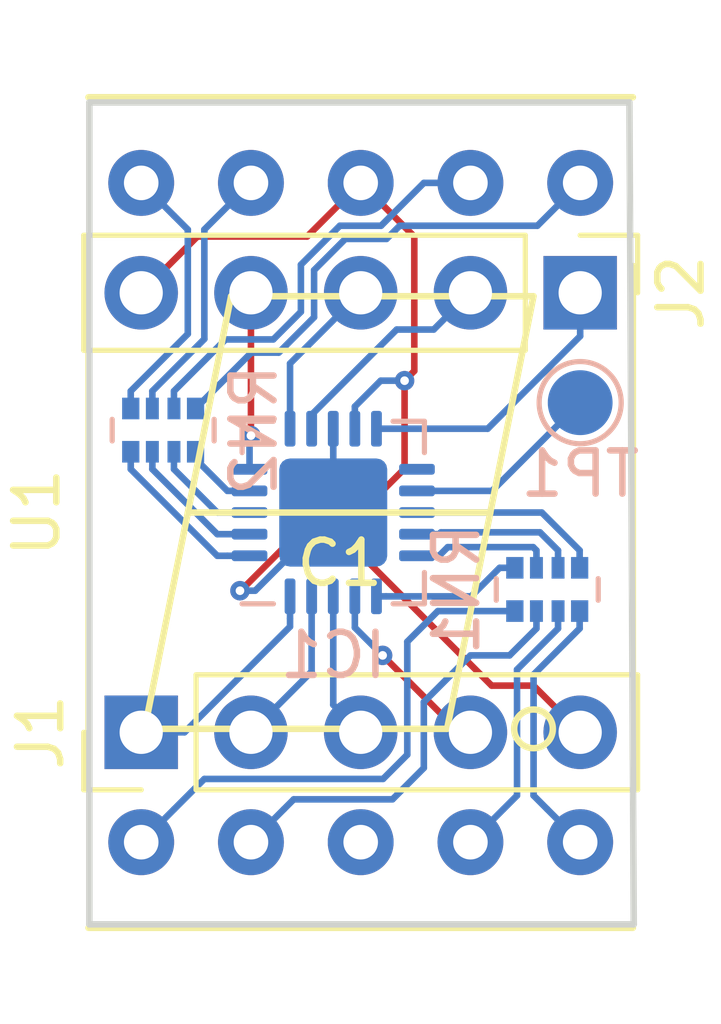
<source format=kicad_pcb>
(kicad_pcb (version 20171130) (host pcbnew 5.0.0-fee4fd1~66~ubuntu18.04.1)

  (general
    (thickness 1.6)
    (drawings 4)
    (tracks 134)
    (zones 0)
    (modules 8)
    (nets 30)
  )

  (page A4)
  (layers
    (0 F.Cu signal)
    (31 B.Cu signal)
    (32 B.Adhes user)
    (33 F.Adhes user)
    (34 B.Paste user)
    (35 F.Paste user)
    (36 B.SilkS user)
    (37 F.SilkS user)
    (38 B.Mask user hide)
    (39 F.Mask user)
    (40 Dwgs.User user)
    (41 Cmts.User user)
    (42 Eco1.User user)
    (43 Eco2.User user)
    (44 Edge.Cuts user)
    (45 Margin user)
    (46 B.CrtYd user)
    (47 F.CrtYd user)
    (48 B.Fab user hide)
    (49 F.Fab user)
  )

  (setup
    (last_trace_width 0.1524)
    (trace_clearance 0.1524)
    (zone_clearance 0.508)
    (zone_45_only no)
    (trace_min 0.1524)
    (segment_width 0.2)
    (edge_width 0.15)
    (via_size 0.45)
    (via_drill 0.2)
    (via_min_size 0.45)
    (via_min_drill 0.2)
    (uvia_size 0.6)
    (uvia_drill 0.5)
    (uvias_allowed no)
    (uvia_min_size 0)
    (uvia_min_drill 0)
    (pcb_text_width 0.3)
    (pcb_text_size 1.5 1.5)
    (mod_edge_width 0.15)
    (mod_text_size 1 1)
    (mod_text_width 0.15)
    (pad_size 1.524 1.524)
    (pad_drill 0.8)
    (pad_to_mask_clearance 0.2)
    (aux_axis_origin 195.199 109.22)
    (visible_elements FFF9FF7F)
    (pcbplotparams
      (layerselection 0x010f0_80000001)
      (usegerberextensions false)
      (usegerberattributes false)
      (usegerberadvancedattributes false)
      (creategerberjobfile false)
      (excludeedgelayer true)
      (linewidth 0.100000)
      (plotframeref false)
      (viasonmask false)
      (mode 1)
      (useauxorigin false)
      (hpglpennumber 1)
      (hpglpenspeed 20)
      (hpglpendiameter 15.000000)
      (psnegative false)
      (psa4output false)
      (plotreference true)
      (plotvalue true)
      (plotinvisibletext false)
      (padsonsilk false)
      (subtractmaskfromsilk false)
      (outputformat 1)
      (mirror false)
      (drillshape 0)
      (scaleselection 1)
      (outputdirectory "manufacturing-output/"))
  )

  (net 0 "")
  (net 1 +5V)
  (net 2 GND)
  (net 3 DC_O)
  (net 4 DC_I)
  (net 5 EN)
  (net 6 DEC)
  (net 7 D0)
  (net 8 D1)
  (net 9 D2)
  (net 10 D3)
  (net 11 /DE)
  (net 12 /DD)
  (net 13 /DC)
  (net 14 /DDP)
  (net 15 /DB)
  (net 16 /DA)
  (net 17 /DF)
  (net 18 /DG)
  (net 19 ~DP)
  (net 20 ~SEG_D)
  (net 21 ~SEG_C)
  (net 22 ~SEG_E)
  (net 23 ~SEG_G)
  (net 24 ~SEG_A)
  (net 25 ~SEG_F)
  (net 26 ~SEG_B)
  (net 27 "Net-(U1-Pad3)")
  (net 28 /~RESET)
  (net 29 "Net-(IC1-Pad11)")

  (net_class Default "This is the default net class."
    (clearance 0.1524)
    (trace_width 0.1524)
    (via_dia 0.45)
    (via_drill 0.2)
    (uvia_dia 0.6)
    (uvia_drill 0.5)
    (add_net +5V)
    (add_net /DA)
    (add_net /DB)
    (add_net /DC)
    (add_net /DD)
    (add_net /DDP)
    (add_net /DE)
    (add_net /DF)
    (add_net /DG)
    (add_net /~RESET)
    (add_net D0)
    (add_net D1)
    (add_net D2)
    (add_net D3)
    (add_net DC_I)
    (add_net DC_O)
    (add_net DEC)
    (add_net EN)
    (add_net GND)
    (add_net "Net-(IC1-Pad11)")
    (add_net "Net-(U1-Pad3)")
    (add_net ~DP)
    (add_net ~SEG_A)
    (add_net ~SEG_B)
    (add_net ~SEG_C)
    (add_net ~SEG_D)
    (add_net ~SEG_E)
    (add_net ~SEG_F)
    (add_net ~SEG_G)
  )

  (net_class Power ""
    (clearance 0.1524)
    (trace_width 0.1524)
    (via_dia 0.45)
    (via_drill 0.2)
    (uvia_dia 0.6)
    (uvia_drill 0.5)
  )

  (module Resistor_SMD:R_Array_Convex_4x0402 (layer B.Cu) (tedit 58E0A8A8) (tstamp 5B870CCD)
    (at 110.998 57.658 270)
    (descr "Chip Resistor Network, ROHM MNR04 (see mnr_g.pdf)")
    (tags "resistor array")
    (path /5B873568)
    (attr smd)
    (fp_text reference RN1 (at 0 2.1 270) (layer B.SilkS)
      (effects (font (size 1 1) (thickness 0.15)) (justify mirror))
    )
    (fp_text value 150 (at 0 -2.1 270) (layer B.Fab)
      (effects (font (size 1 1) (thickness 0.15)) (justify mirror))
    )
    (fp_text user %R (at 0 0 180) (layer B.Fab)
      (effects (font (size 0.5 0.5) (thickness 0.075)) (justify mirror))
    )
    (fp_line (start -0.5 1) (end 0.5 1) (layer B.Fab) (width 0.1))
    (fp_line (start 0.5 1) (end 0.5 -1) (layer B.Fab) (width 0.1))
    (fp_line (start 0.5 -1) (end -0.5 -1) (layer B.Fab) (width 0.1))
    (fp_line (start -0.5 -1) (end -0.5 1) (layer B.Fab) (width 0.1))
    (fp_line (start 0.25 1.18) (end -0.25 1.18) (layer B.SilkS) (width 0.12))
    (fp_line (start 0.25 -1.18) (end -0.25 -1.18) (layer B.SilkS) (width 0.12))
    (fp_line (start -1 1.25) (end 1 1.25) (layer B.CrtYd) (width 0.05))
    (fp_line (start -1 1.25) (end -1 -1.25) (layer B.CrtYd) (width 0.05))
    (fp_line (start 1 -1.25) (end 1 1.25) (layer B.CrtYd) (width 0.05))
    (fp_line (start 1 -1.25) (end -1 -1.25) (layer B.CrtYd) (width 0.05))
    (pad 1 smd rect (at -0.499999 0.75 270) (size 0.5 0.4) (layers B.Cu B.Paste B.Mask)
      (net 23 ~SEG_G))
    (pad 3 smd rect (at -0.5 -0.25 270) (size 0.5 0.3) (layers B.Cu B.Paste B.Mask)
      (net 24 ~SEG_A))
    (pad 2 smd rect (at -0.5 0.25 270) (size 0.5 0.3) (layers B.Cu B.Paste B.Mask)
      (net 25 ~SEG_F))
    (pad 4 smd rect (at -0.499999 -0.75 270) (size 0.5 0.4) (layers B.Cu B.Paste B.Mask)
      (net 26 ~SEG_B))
    (pad 7 smd rect (at 0.5 0.25 270) (size 0.5 0.3) (layers B.Cu B.Paste B.Mask)
      (net 12 /DD))
    (pad 8 smd rect (at 0.499999 0.75 270) (size 0.5 0.4) (layers B.Cu B.Paste B.Mask)
      (net 11 /DE))
    (pad 6 smd rect (at 0.5 -0.25 270) (size 0.5 0.3) (layers B.Cu B.Paste B.Mask)
      (net 13 /DC))
    (pad 5 smd rect (at 0.499999 -0.75 270) (size 0.5 0.4) (layers B.Cu B.Paste B.Mask)
      (net 14 /DDP))
    (model ${KISYS3DMOD}/Resistor_SMD.3dshapes/R_Array_Convex_4x0402.wrl
      (at (xyz 0 0 0))
      (scale (xyz 1 1 1))
      (rotate (xyz 0 0 0))
    )
  )

  (module Package_DFN_QFN:QFN-20-1EP_4x4mm_P0.5mm_EP2.5x2.5mm (layer B.Cu) (tedit 5B4E6D2C) (tstamp 5B86E0AE)
    (at 106.045 55.88)
    (descr "QFN, 20 Pin (http://ww1.microchip.com/downloads/en/PackagingSpec/00000049BQ.pdf (Page 274)), generated with kicad-footprint-generator ipc_dfn_qfn_generator.py")
    (tags "QFN DFN_QFN")
    (path /591AE19C)
    (attr smd)
    (fp_text reference IC1 (at 0 3.3) (layer B.SilkS)
      (effects (font (size 1 1) (thickness 0.15)) (justify mirror))
    )
    (fp_text value ATTINY1634-MU (at 0 -3.3) (layer B.Fab)
      (effects (font (size 1 1) (thickness 0.15)) (justify mirror))
    )
    (fp_line (start 1.385 2.11) (end 2.11 2.11) (layer B.SilkS) (width 0.12))
    (fp_line (start 2.11 2.11) (end 2.11 1.385) (layer B.SilkS) (width 0.12))
    (fp_line (start -1.385 -2.11) (end -2.11 -2.11) (layer B.SilkS) (width 0.12))
    (fp_line (start -2.11 -2.11) (end -2.11 -1.385) (layer B.SilkS) (width 0.12))
    (fp_line (start 1.385 -2.11) (end 2.11 -2.11) (layer B.SilkS) (width 0.12))
    (fp_line (start 2.11 -2.11) (end 2.11 -1.385) (layer B.SilkS) (width 0.12))
    (fp_line (start -1.385 2.11) (end -2.11 2.11) (layer B.SilkS) (width 0.12))
    (fp_line (start -1 2) (end 2 2) (layer B.Fab) (width 0.1))
    (fp_line (start 2 2) (end 2 -2) (layer B.Fab) (width 0.1))
    (fp_line (start 2 -2) (end -2 -2) (layer B.Fab) (width 0.1))
    (fp_line (start -2 -2) (end -2 1) (layer B.Fab) (width 0.1))
    (fp_line (start -2 1) (end -1 2) (layer B.Fab) (width 0.1))
    (fp_line (start -2.6 2.6) (end -2.6 -2.6) (layer B.CrtYd) (width 0.05))
    (fp_line (start -2.6 -2.6) (end 2.6 -2.6) (layer B.CrtYd) (width 0.05))
    (fp_line (start 2.6 -2.6) (end 2.6 2.6) (layer B.CrtYd) (width 0.05))
    (fp_line (start 2.6 2.6) (end -2.6 2.6) (layer B.CrtYd) (width 0.05))
    (fp_text user %R (at 0 0) (layer B.Fab)
      (effects (font (size 1 1) (thickness 0.15)) (justify mirror))
    )
    (pad 21 smd roundrect (at 0 0) (size 2.5 2.5) (layers B.Cu B.Mask) (roundrect_rratio 0.1)
      (net 2 GND))
    (pad "" smd roundrect (at -0.625 0.625) (size 1.01 1.01) (layers B.Paste) (roundrect_rratio 0.247525))
    (pad "" smd roundrect (at -0.625 -0.625) (size 1.01 1.01) (layers B.Paste) (roundrect_rratio 0.247525))
    (pad "" smd roundrect (at 0.625 0.625) (size 1.01 1.01) (layers B.Paste) (roundrect_rratio 0.247525))
    (pad "" smd roundrect (at 0.625 -0.625) (size 1.01 1.01) (layers B.Paste) (roundrect_rratio 0.247525))
    (pad 1 smd roundrect (at -1.9375 1) (size 0.825 0.25) (layers B.Cu B.Paste B.Mask) (roundrect_rratio 0.25)
      (net 22 ~SEG_E))
    (pad 2 smd roundrect (at -1.9375 0.5) (size 0.825 0.25) (layers B.Cu B.Paste B.Mask) (roundrect_rratio 0.25)
      (net 20 ~SEG_D))
    (pad 3 smd roundrect (at -1.937499 0) (size 0.825 0.25) (layers B.Cu B.Paste B.Mask) (roundrect_rratio 0.25)
      (net 21 ~SEG_C))
    (pad 4 smd roundrect (at -1.9375 -0.5) (size 0.825 0.25) (layers B.Cu B.Paste B.Mask) (roundrect_rratio 0.25)
      (net 19 ~DP))
    (pad 5 smd roundrect (at -1.9375 -1) (size 0.825 0.25) (layers B.Cu B.Paste B.Mask) (roundrect_rratio 0.25)
      (net 7 D0))
    (pad 6 smd roundrect (at -1 -1.9375) (size 0.25 0.825) (layers B.Cu B.Paste B.Mask) (roundrect_rratio 0.25)
      (net 8 D1))
    (pad 7 smd roundrect (at -0.5 -1.9375) (size 0.25 0.825) (layers B.Cu B.Paste B.Mask) (roundrect_rratio 0.25)
      (net 9 D2))
    (pad 8 smd roundrect (at 0 -1.937499) (size 0.25 0.825) (layers B.Cu B.Paste B.Mask) (roundrect_rratio 0.25)
      (net 2 GND))
    (pad 9 smd roundrect (at 0.5 -1.9375) (size 0.25 0.825) (layers B.Cu B.Paste B.Mask) (roundrect_rratio 0.25)
      (net 1 +5V))
    (pad 10 smd roundrect (at 1 -1.9375) (size 0.25 0.825) (layers B.Cu B.Paste B.Mask) (roundrect_rratio 0.25)
      (net 10 D3))
    (pad 11 smd roundrect (at 1.9375 -1) (size 0.825 0.25) (layers B.Cu B.Paste B.Mask) (roundrect_rratio 0.25)
      (net 29 "Net-(IC1-Pad11)"))
    (pad 12 smd roundrect (at 1.9375 -0.5) (size 0.825 0.25) (layers B.Cu B.Paste B.Mask) (roundrect_rratio 0.25)
      (net 28 /~RESET))
    (pad 13 smd roundrect (at 1.937499 0) (size 0.825 0.25) (layers B.Cu B.Paste B.Mask) (roundrect_rratio 0.25)
      (net 26 ~SEG_B))
    (pad 14 smd roundrect (at 1.9375 0.5) (size 0.825 0.25) (layers B.Cu B.Paste B.Mask) (roundrect_rratio 0.25)
      (net 24 ~SEG_A))
    (pad 15 smd roundrect (at 1.9375 1) (size 0.825 0.25) (layers B.Cu B.Paste B.Mask) (roundrect_rratio 0.25)
      (net 25 ~SEG_F))
    (pad 16 smd roundrect (at 1 1.9375) (size 0.25 0.825) (layers B.Cu B.Paste B.Mask) (roundrect_rratio 0.25)
      (net 23 ~SEG_G))
    (pad 17 smd roundrect (at 0.5 1.9375) (size 0.25 0.825) (layers B.Cu B.Paste B.Mask) (roundrect_rratio 0.25)
      (net 6 DEC))
    (pad 18 smd roundrect (at 0 1.937499) (size 0.25 0.825) (layers B.Cu B.Paste B.Mask) (roundrect_rratio 0.25)
      (net 4 DC_I))
    (pad 19 smd roundrect (at -0.5 1.9375) (size 0.25 0.825) (layers B.Cu B.Paste B.Mask) (roundrect_rratio 0.25)
      (net 3 DC_O))
    (pad 20 smd roundrect (at -1 1.9375) (size 0.25 0.825) (layers B.Cu B.Paste B.Mask) (roundrect_rratio 0.25)
      (net 5 EN))
    (model ${KISYS3DMOD}/Package_DFN_QFN.3dshapes/QFN-20-1EP_4x4mm_P0.5mm_EP2.5x2.5mm.wrl
      (at (xyz 0 0 0))
      (scale (xyz 1 1 1))
      (rotate (xyz 0 0 0))
    )
  )

  (module Capacitor_SMD:C_0402_1005Metric (layer F.Cu) (tedit 5B301BBE) (tstamp 5B86EB28)
    (at 106.195 55.88 180)
    (descr "Capacitor SMD 0402 (1005 Metric), square (rectangular) end terminal, IPC_7351 nominal, (Body size source: http://www.tortai-tech.com/upload/download/2011102023233369053.pdf), generated with kicad-footprint-generator")
    (tags capacitor)
    (path /5B88279D)
    (attr smd)
    (fp_text reference C1 (at 0 -1.17 180) (layer F.SilkS)
      (effects (font (size 1 1) (thickness 0.15)))
    )
    (fp_text value 1u (at 0 1.17 180) (layer F.Fab)
      (effects (font (size 1 1) (thickness 0.15)))
    )
    (fp_line (start -0.5 0.25) (end -0.5 -0.25) (layer F.Fab) (width 0.1))
    (fp_line (start -0.5 -0.25) (end 0.5 -0.25) (layer F.Fab) (width 0.1))
    (fp_line (start 0.5 -0.25) (end 0.5 0.25) (layer F.Fab) (width 0.1))
    (fp_line (start 0.5 0.25) (end -0.5 0.25) (layer F.Fab) (width 0.1))
    (fp_line (start -0.93 0.47) (end -0.93 -0.47) (layer F.CrtYd) (width 0.05))
    (fp_line (start -0.93 -0.47) (end 0.93 -0.47) (layer F.CrtYd) (width 0.05))
    (fp_line (start 0.93 -0.47) (end 0.93 0.47) (layer F.CrtYd) (width 0.05))
    (fp_line (start 0.93 0.47) (end -0.93 0.47) (layer F.CrtYd) (width 0.05))
    (fp_text user %R (at 0 0 180) (layer F.Fab)
      (effects (font (size 0.25 0.25) (thickness 0.04)))
    )
    (pad 1 smd roundrect (at -0.485 0 180) (size 0.59 0.64) (layers F.Cu F.Paste F.Mask) (roundrect_rratio 0.25)
      (net 1 +5V))
    (pad 2 smd roundrect (at 0.485 0 180) (size 0.59 0.64) (layers F.Cu F.Paste F.Mask) (roundrect_rratio 0.25)
      (net 2 GND))
    (model ${KISYS3DMOD}/Capacitor_SMD.3dshapes/C_0402_1005Metric.wrl
      (at (xyz 0 0 0))
      (scale (xyz 1 1 1))
      (rotate (xyz 0 0 0))
    )
  )

  (module Connector_PinHeader_2.54mm:PinHeader_1x05_P2.54mm_Vertical locked (layer F.Cu) (tedit 59FED5CC) (tstamp 5B93154C)
    (at 101.6 60.96 90)
    (descr "Through hole straight pin header, 1x05, 2.54mm pitch, single row")
    (tags "Through hole pin header THT 1x05 2.54mm single row")
    (path /5B879EAE)
    (fp_text reference J1 (at 0 -2.33 90) (layer F.SilkS)
      (effects (font (size 1 1) (thickness 0.15)))
    )
    (fp_text value Conn_01x05_Male (at 0 12.49 90) (layer F.Fab)
      (effects (font (size 1 1) (thickness 0.15)))
    )
    (fp_line (start -0.635 -1.27) (end 1.27 -1.27) (layer F.Fab) (width 0.1))
    (fp_line (start 1.27 -1.27) (end 1.27 11.43) (layer F.Fab) (width 0.1))
    (fp_line (start 1.27 11.43) (end -1.27 11.43) (layer F.Fab) (width 0.1))
    (fp_line (start -1.27 11.43) (end -1.27 -0.635) (layer F.Fab) (width 0.1))
    (fp_line (start -1.27 -0.635) (end -0.635 -1.27) (layer F.Fab) (width 0.1))
    (fp_line (start -1.33 11.49) (end 1.33 11.49) (layer F.SilkS) (width 0.12))
    (fp_line (start -1.33 1.27) (end -1.33 11.49) (layer F.SilkS) (width 0.12))
    (fp_line (start 1.33 1.27) (end 1.33 11.49) (layer F.SilkS) (width 0.12))
    (fp_line (start -1.33 1.27) (end 1.33 1.27) (layer F.SilkS) (width 0.12))
    (fp_line (start -1.33 0) (end -1.33 -1.33) (layer F.SilkS) (width 0.12))
    (fp_line (start -1.33 -1.33) (end 0 -1.33) (layer F.SilkS) (width 0.12))
    (fp_line (start -1.8 -1.8) (end -1.8 11.95) (layer F.CrtYd) (width 0.05))
    (fp_line (start -1.8 11.95) (end 1.8 11.95) (layer F.CrtYd) (width 0.05))
    (fp_line (start 1.8 11.95) (end 1.8 -1.8) (layer F.CrtYd) (width 0.05))
    (fp_line (start 1.8 -1.8) (end -1.8 -1.8) (layer F.CrtYd) (width 0.05))
    (fp_text user %R (at 0 5.08 180) (layer F.Fab)
      (effects (font (size 1 1) (thickness 0.15)))
    )
    (pad 1 thru_hole rect (at 0 0 90) (size 1.7 1.7) (drill 1) (layers *.Cu *.Mask)
      (net 5 EN))
    (pad 2 thru_hole oval (at 0 2.54 90) (size 1.7 1.7) (drill 1) (layers *.Cu *.Mask)
      (net 3 DC_O))
    (pad 3 thru_hole oval (at 0 5.08 90) (size 1.7 1.7) (drill 1) (layers *.Cu *.Mask)
      (net 4 DC_I))
    (pad 4 thru_hole oval (at 0 7.62 90) (size 1.7 1.7) (drill 1) (layers *.Cu *.Mask)
      (net 6 DEC))
    (pad 5 thru_hole oval (at 0 10.16 90) (size 1.7 1.7) (drill 1) (layers *.Cu *.Mask)
      (net 2 GND))
    (model ${KISYS3DMOD}/Connector_PinHeader_2.54mm.3dshapes/PinHeader_1x05_P2.54mm_Vertical.wrl
      (at (xyz 0 0 0))
      (scale (xyz 1 1 1))
      (rotate (xyz 0 0 0))
    )
  )

  (module Connector_PinHeader_2.54mm:PinHeader_1x05_P2.54mm_Vertical locked (layer F.Cu) (tedit 59FED5CC) (tstamp 5B931565)
    (at 111.76 50.8 270)
    (descr "Through hole straight pin header, 1x05, 2.54mm pitch, single row")
    (tags "Through hole pin header THT 1x05 2.54mm single row")
    (path /5B880314)
    (fp_text reference J2 (at 0 -2.33 270) (layer F.SilkS)
      (effects (font (size 1 1) (thickness 0.15)))
    )
    (fp_text value Conn_01x05_Male (at 0 12.49 270) (layer F.Fab)
      (effects (font (size 1 1) (thickness 0.15)))
    )
    (fp_text user %R (at 0 5.08) (layer F.Fab)
      (effects (font (size 1 1) (thickness 0.15)))
    )
    (fp_line (start 1.8 -1.8) (end -1.8 -1.8) (layer F.CrtYd) (width 0.05))
    (fp_line (start 1.8 11.95) (end 1.8 -1.8) (layer F.CrtYd) (width 0.05))
    (fp_line (start -1.8 11.95) (end 1.8 11.95) (layer F.CrtYd) (width 0.05))
    (fp_line (start -1.8 -1.8) (end -1.8 11.95) (layer F.CrtYd) (width 0.05))
    (fp_line (start -1.33 -1.33) (end 0 -1.33) (layer F.SilkS) (width 0.12))
    (fp_line (start -1.33 0) (end -1.33 -1.33) (layer F.SilkS) (width 0.12))
    (fp_line (start -1.33 1.27) (end 1.33 1.27) (layer F.SilkS) (width 0.12))
    (fp_line (start 1.33 1.27) (end 1.33 11.49) (layer F.SilkS) (width 0.12))
    (fp_line (start -1.33 1.27) (end -1.33 11.49) (layer F.SilkS) (width 0.12))
    (fp_line (start -1.33 11.49) (end 1.33 11.49) (layer F.SilkS) (width 0.12))
    (fp_line (start -1.27 -0.635) (end -0.635 -1.27) (layer F.Fab) (width 0.1))
    (fp_line (start -1.27 11.43) (end -1.27 -0.635) (layer F.Fab) (width 0.1))
    (fp_line (start 1.27 11.43) (end -1.27 11.43) (layer F.Fab) (width 0.1))
    (fp_line (start 1.27 -1.27) (end 1.27 11.43) (layer F.Fab) (width 0.1))
    (fp_line (start -0.635 -1.27) (end 1.27 -1.27) (layer F.Fab) (width 0.1))
    (pad 5 thru_hole oval (at 0 10.16 270) (size 1.7 1.7) (drill 1) (layers *.Cu *.Mask)
      (net 1 +5V))
    (pad 4 thru_hole oval (at 0 7.62 270) (size 1.7 1.7) (drill 1) (layers *.Cu *.Mask)
      (net 7 D0))
    (pad 3 thru_hole oval (at 0 5.08 270) (size 1.7 1.7) (drill 1) (layers *.Cu *.Mask)
      (net 8 D1))
    (pad 2 thru_hole oval (at 0 2.54 270) (size 1.7 1.7) (drill 1) (layers *.Cu *.Mask)
      (net 9 D2))
    (pad 1 thru_hole rect (at 0 0 270) (size 1.7 1.7) (drill 1) (layers *.Cu *.Mask)
      (net 10 D3))
    (model ${KISYS3DMOD}/Connector_PinHeader_2.54mm.3dshapes/PinHeader_1x05_P2.54mm_Vertical.wrl
      (at (xyz 0 0 0))
      (scale (xyz 1 1 1))
      (rotate (xyz 0 0 0))
    )
  )

  (module Resistor_SMD:R_Array_Convex_4x0402 (layer B.Cu) (tedit 58E0A8A8) (tstamp 5B86F69F)
    (at 102.108 53.975 90)
    (descr "Chip Resistor Network, ROHM MNR04 (see mnr_g.pdf)")
    (tags "resistor array")
    (path /5B873665)
    (attr smd)
    (fp_text reference RN2 (at 0 2.1 90) (layer B.SilkS)
      (effects (font (size 1 1) (thickness 0.15)) (justify mirror))
    )
    (fp_text value 150 (at 0 -2.1 90) (layer B.Fab)
      (effects (font (size 1 1) (thickness 0.15)) (justify mirror))
    )
    (fp_line (start 1 -1.25) (end -1 -1.25) (layer B.CrtYd) (width 0.05))
    (fp_line (start 1 -1.25) (end 1 1.25) (layer B.CrtYd) (width 0.05))
    (fp_line (start -1 1.25) (end -1 -1.25) (layer B.CrtYd) (width 0.05))
    (fp_line (start -1 1.25) (end 1 1.25) (layer B.CrtYd) (width 0.05))
    (fp_line (start 0.25 -1.18) (end -0.25 -1.18) (layer B.SilkS) (width 0.12))
    (fp_line (start 0.25 1.18) (end -0.25 1.18) (layer B.SilkS) (width 0.12))
    (fp_line (start -0.5 -1) (end -0.5 1) (layer B.Fab) (width 0.1))
    (fp_line (start 0.5 -1) (end -0.5 -1) (layer B.Fab) (width 0.1))
    (fp_line (start 0.5 1) (end 0.5 -1) (layer B.Fab) (width 0.1))
    (fp_line (start -0.5 1) (end 0.5 1) (layer B.Fab) (width 0.1))
    (fp_text user %R (at 0 0) (layer B.Fab)
      (effects (font (size 0.5 0.5) (thickness 0.075)) (justify mirror))
    )
    (pad 5 smd rect (at 0.5 -0.75 90) (size 0.5 0.4) (layers B.Cu B.Paste B.Mask)
      (net 18 /DG))
    (pad 6 smd rect (at 0.5 -0.25 90) (size 0.5 0.3) (layers B.Cu B.Paste B.Mask)
      (net 17 /DF))
    (pad 8 smd rect (at 0.5 0.75 90) (size 0.5 0.4) (layers B.Cu B.Paste B.Mask)
      (net 15 /DB))
    (pad 7 smd rect (at 0.5 0.25 90) (size 0.5 0.3) (layers B.Cu B.Paste B.Mask)
      (net 16 /DA))
    (pad 4 smd rect (at -0.5 -0.75 90) (size 0.5 0.4) (layers B.Cu B.Paste B.Mask)
      (net 22 ~SEG_E))
    (pad 2 smd rect (at -0.5 0.25 90) (size 0.5 0.3) (layers B.Cu B.Paste B.Mask)
      (net 21 ~SEG_C))
    (pad 3 smd rect (at -0.5 -0.25 90) (size 0.5 0.3) (layers B.Cu B.Paste B.Mask)
      (net 20 ~SEG_D))
    (pad 1 smd rect (at -0.5 0.75 90) (size 0.5 0.4) (layers B.Cu B.Paste B.Mask)
      (net 19 ~DP))
    (model ${KISYS3DMOD}/Resistor_SMD.3dshapes/R_Array_Convex_4x0402.wrl
      (at (xyz 0 0 0))
      (scale (xyz 1 1 1))
      (rotate (xyz 0 0 0))
    )
  )

  (module TestPoint:TestPoint_Pad_D1.5mm locked (layer B.Cu) (tedit 5A0F774F) (tstamp 5B870C66)
    (at 111.76 53.34)
    (descr "SMD pad as test Point, diameter 1.5mm")
    (tags "test point SMD pad")
    (path /5B886EA5)
    (attr virtual)
    (fp_text reference TP1 (at 0 1.648) (layer B.SilkS)
      (effects (font (size 1 1) (thickness 0.15)) (justify mirror))
    )
    (fp_text value ~RESET (at 0 -1.75) (layer B.Fab)
      (effects (font (size 1 1) (thickness 0.15)) (justify mirror))
    )
    (fp_text user %R (at 0 1.65) (layer B.Fab)
      (effects (font (size 1 1) (thickness 0.15)) (justify mirror))
    )
    (fp_circle (center 0 0) (end 1.25 0) (layer B.CrtYd) (width 0.05))
    (fp_circle (center 0 0) (end 0 -0.95) (layer B.SilkS) (width 0.12))
    (pad 1 smd circle (at 0 0) (size 1.5 1.5) (layers B.Cu B.Mask)
      (net 28 /~RESET))
  )

  (module Display_7Segment:7SegmentLED_LTS6760_LTS6780 locked (layer F.Cu) (tedit 5B86C33B) (tstamp 5B9315BF)
    (at 101.6 63.5 90)
    (descr "7-Segment Display, LTS67x0")
    (tags "7Segment LED LTS6760 LTS6780")
    (path /5B86CDF4)
    (fp_text reference U1 (at 7.62 -2.42 90) (layer F.SilkS)
      (effects (font (size 1 1) (thickness 0.15)))
    )
    (fp_text value KCSA02-105 (at 7.62 12.58 90) (layer F.Fab)
      (effects (font (size 1 1) (thickness 0.15)))
    )
    (fp_line (start -1.88 -0.17) (end -1.88 11.33) (layer F.Fab) (width 0.1))
    (fp_line (start -0.88 -1.17) (end -1.88 -0.17) (layer F.Fab) (width 0.1))
    (fp_line (start 17.12 -1.17) (end -0.88 -1.17) (layer F.Fab) (width 0.1))
    (fp_line (start 17.12 11.33) (end 17.12 -1.17) (layer F.Fab) (width 0.1))
    (fp_line (start -1.88 11.33) (end 17.12 11.33) (layer F.Fab) (width 0.1))
    (fp_circle (center 2.62 9.08) (end 2.42 9.48) (layer F.SilkS) (width 0.15))
    (fp_line (start 17.22 -1.22) (end 17.22 11.38) (layer F.SilkS) (width 0.15))
    (fp_line (start 13.32 11.38) (end 1.92 11.38) (layer F.SilkS) (width 0.15))
    (fp_line (start 13.32 -1.22) (end 1.92 -1.22) (layer F.SilkS) (width 0.15))
    (fp_line (start -1.98 11.38) (end -1.98 -1.22) (layer F.SilkS) (width 0.15))
    (fp_line (start 12.62 2.08) (end 12.62 9.08) (layer F.SilkS) (width 0.15))
    (fp_line (start 7.62 8.08) (end 7.62 1.08) (layer F.SilkS) (width 0.15))
    (fp_line (start 12.62 9.08) (end 7.62 8.08) (layer F.SilkS) (width 0.15))
    (fp_line (start 2.62 7.08) (end 7.62 8.08) (layer F.SilkS) (width 0.15))
    (fp_line (start 2.62 0.08) (end 2.62 7.08) (layer F.SilkS) (width 0.15))
    (fp_line (start 7.62 1.08) (end 2.62 0.08) (layer F.SilkS) (width 0.15))
    (fp_line (start 12.62 2.08) (end 7.62 1.08) (layer F.SilkS) (width 0.15))
    (fp_text user %R (at 7.87 5.08 90) (layer F.Fab)
      (effects (font (size 1 1) (thickness 0.15)))
    )
    (fp_line (start 17.62 -1.67) (end 17.62 11.83) (layer F.CrtYd) (width 0.05))
    (fp_line (start 17.62 11.83) (end -2.38 11.83) (layer F.CrtYd) (width 0.05))
    (fp_line (start -2.38 11.83) (end -2.38 -1.67) (layer F.CrtYd) (width 0.05))
    (fp_line (start -2.38 -1.67) (end 17.62 -1.67) (layer F.CrtYd) (width 0.05))
    (pad 10 thru_hole circle (at 15.24 0) (size 1.524 1.524) (drill 0.8) (layers *.Cu *.Mask)
      (net 18 /DG))
    (pad 9 thru_hole circle (at 15.24 2.54) (size 1.524 1.524) (drill 0.8) (layers *.Cu *.Mask)
      (net 17 /DF))
    (pad 8 thru_hole circle (at 15.24 5.08) (size 1.524 1.524) (drill 0.8) (layers *.Cu *.Mask)
      (net 1 +5V))
    (pad 7 thru_hole circle (at 15.24 7.62) (size 1.524 1.524) (drill 0.8) (layers *.Cu *.Mask)
      (net 16 /DA))
    (pad 6 thru_hole circle (at 15.24 10.16) (size 1.524 1.524) (drill 0.8) (layers *.Cu *.Mask)
      (net 15 /DB))
    (pad 5 thru_hole circle (at 0 10.16) (size 1.524 1.524) (drill 0.8) (layers *.Cu *.Mask)
      (net 14 /DDP))
    (pad 4 thru_hole circle (at 0 7.62) (size 1.524 1.524) (drill 0.8) (layers *.Cu *.Mask)
      (net 13 /DC))
    (pad 3 thru_hole circle (at 0 5.08) (size 1.524 1.524) (drill 0.8) (layers *.Cu *.Mask)
      (net 27 "Net-(U1-Pad3)"))
    (pad 2 thru_hole circle (at 0 2.54) (size 1.524 1.524) (drill 0.8) (layers *.Cu *.Mask)
      (net 12 /DD))
    (pad 1 thru_hole circle (at 0 0) (size 1.524 1.524) (drill 0.8) (layers *.Cu *.Mask)
      (net 11 /DE))
    (model ${KISYS3DMOD}/Display_7Segment.3dshapes/7SegmentLED_LTS6760_LTS6780.wrl
      (at (xyz 0 0 0))
      (scale (xyz 1 1 1))
      (rotate (xyz 0 0 0))
    )
  )

  (gr_line (start 100.4 65.4) (end 100.4 46.4) (layer Edge.Cuts) (width 0.15))
  (gr_line (start 113 65.4) (end 100.4 65.4) (layer Edge.Cuts) (width 0.15))
  (gr_line (start 112.9 46.4) (end 113 65.4) (layer Edge.Cuts) (width 0.15))
  (gr_line (start 100.4 46.4) (end 112.9 46.4) (layer Edge.Cuts) (width 0.15))

  (segment (start 101.6 50.8) (end 102.9 49.5) (width 0.1524) (layer F.Cu) (net 1))
  (segment (start 105.44 49.5) (end 106.68 48.26) (width 0.1524) (layer F.Cu) (net 1))
  (segment (start 102.9 49.5) (end 105.44 49.5) (width 0.1524) (layer F.Cu) (net 1))
  (segment (start 106.545 53.43) (end 107.143 52.832) (width 0.1524) (layer B.Cu) (net 1))
  (segment (start 106.545 53.9425) (end 106.545 53.43) (width 0.1524) (layer B.Cu) (net 1))
  (via (at 107.696 52.832) (size 0.45) (drill 0.2) (layers F.Cu B.Cu) (net 1))
  (segment (start 107.143 52.832) (end 107.696 52.832) (width 0.1524) (layer B.Cu) (net 1))
  (segment (start 107.441999 49.021999) (end 106.68 48.26) (width 0.1524) (layer F.Cu) (net 1))
  (segment (start 107.920999 49.500999) (end 107.441999 49.021999) (width 0.1524) (layer F.Cu) (net 1))
  (segment (start 107.920999 52.607001) (end 107.920999 49.500999) (width 0.1524) (layer F.Cu) (net 1))
  (segment (start 107.696 52.832) (end 107.920999 52.607001) (width 0.1524) (layer F.Cu) (net 1))
  (segment (start 107.696 54.864) (end 106.68 55.88) (width 0.1524) (layer F.Cu) (net 1))
  (segment (start 107.696 52.832) (end 107.696 54.864) (width 0.1524) (layer F.Cu) (net 1))
  (segment (start 106.045 53.942501) (end 106.045 55.88) (width 0.1524) (layer B.Cu) (net 2))
  (segment (start 106.044168 56.214168) (end 105.71 55.88) (width 0.1524) (layer F.Cu) (net 2))
  (segment (start 109.711399 59.881399) (end 106.044168 56.214168) (width 0.1524) (layer F.Cu) (net 2))
  (segment (start 110.681399 59.881399) (end 109.711399 59.881399) (width 0.1524) (layer F.Cu) (net 2))
  (segment (start 111.76 60.96) (end 110.681399 59.881399) (width 0.1524) (layer F.Cu) (net 2))
  (via (at 103.886 57.68722) (size 0.45) (drill 0.2) (layers F.Cu B.Cu) (net 2))
  (segment (start 105.71 55.88) (end 103.90278 57.68722) (width 0.1524) (layer F.Cu) (net 2))
  (segment (start 103.90278 57.68722) (end 103.886 57.68722) (width 0.1524) (layer F.Cu) (net 2))
  (segment (start 104.23778 57.68722) (end 106.045 55.88) (width 0.1524) (layer B.Cu) (net 2))
  (segment (start 103.886 57.68722) (end 104.23778 57.68722) (width 0.1524) (layer B.Cu) (net 2))
  (segment (start 105.545 59.555) (end 105.545 57.8175) (width 0.1524) (layer B.Cu) (net 3))
  (segment (start 104.14 60.96) (end 105.545 59.555) (width 0.1524) (layer B.Cu) (net 3))
  (segment (start 106.045 60.325) (end 106.68 60.96) (width 0.1524) (layer B.Cu) (net 4))
  (segment (start 106.045 57.817499) (end 106.045 60.325) (width 0.1524) (layer B.Cu) (net 4))
  (segment (start 102.6024 60.96) (end 105.045 58.5174) (width 0.1524) (layer B.Cu) (net 5))
  (segment (start 105.045 58.5174) (end 105.045 58.33) (width 0.1524) (layer B.Cu) (net 5))
  (segment (start 101.6 60.96) (end 102.6024 60.96) (width 0.1524) (layer B.Cu) (net 5))
  (segment (start 105.045 58.33) (end 105.045 57.8175) (width 0.1524) (layer B.Cu) (net 5))
  (via (at 107.188 59.182) (size 0.45) (drill 0.2) (layers F.Cu B.Cu) (net 6))
  (segment (start 106.545 57.8175) (end 106.545 58.539) (width 0.1524) (layer B.Cu) (net 6))
  (segment (start 106.545 58.539) (end 107.188 59.182) (width 0.1524) (layer B.Cu) (net 6))
  (segment (start 108.966 60.96) (end 109.22 60.96) (width 0.1524) (layer F.Cu) (net 6))
  (segment (start 107.188 59.182) (end 108.966 60.96) (width 0.1524) (layer F.Cu) (net 6))
  (via (at 104.14 54.102) (size 0.45) (drill 0.2) (layers F.Cu B.Cu) (net 7))
  (segment (start 104.1075 54.88) (end 104.1075 54.1345) (width 0.1524) (layer B.Cu) (net 7))
  (segment (start 104.1075 54.1345) (end 104.14 54.102) (width 0.1524) (layer B.Cu) (net 7))
  (segment (start 104.14 54.102) (end 104.14 50.8) (width 0.1524) (layer F.Cu) (net 7))
  (segment (start 105.045 52.435) (end 106.68 50.8) (width 0.1524) (layer B.Cu) (net 8))
  (segment (start 105.045 53.9425) (end 105.045 52.435) (width 0.1524) (layer B.Cu) (net 8))
  (segment (start 107.513308 51.649999) (end 108.370001 51.649999) (width 0.1524) (layer B.Cu) (net 9))
  (segment (start 105.545 53.618307) (end 107.513308 51.649999) (width 0.1524) (layer B.Cu) (net 9))
  (segment (start 108.370001 51.649999) (end 109.22 50.8) (width 0.1524) (layer B.Cu) (net 9))
  (segment (start 105.545 53.9425) (end 105.545 53.618307) (width 0.1524) (layer B.Cu) (net 9))
  (segment (start 111.76 51.8024) (end 111.76 50.8) (width 0.1524) (layer B.Cu) (net 10))
  (segment (start 109.6199 53.9425) (end 111.76 51.8024) (width 0.1524) (layer B.Cu) (net 10))
  (segment (start 107.045 53.9425) (end 109.6199 53.9425) (width 0.1524) (layer B.Cu) (net 10))
  (segment (start 102.361999 62.738001) (end 101.6 63.5) (width 0.1524) (layer B.Cu) (net 11))
  (segment (start 110.248 58.157999) (end 108.466001 58.157999) (width 0.1524) (layer B.Cu) (net 11))
  (segment (start 108.466001 58.157999) (end 107.758601 58.865399) (width 0.1524) (layer B.Cu) (net 11))
  (segment (start 107.758601 58.865399) (end 107.758601 61.477729) (width 0.1524) (layer B.Cu) (net 11))
  (segment (start 107.758601 61.477729) (end 107.197729 62.038601) (width 0.1524) (layer B.Cu) (net 11))
  (segment (start 107.197729 62.038601) (end 103.061399 62.038601) (width 0.1524) (layer B.Cu) (net 11))
  (segment (start 103.061399 62.038601) (end 102.361999 62.738001) (width 0.1524) (layer B.Cu) (net 11))
  (segment (start 110.748 58.5604) (end 110.1264 59.182) (width 0.1524) (layer B.Cu) (net 12))
  (segment (start 110.748 58.158) (end 110.748 58.5604) (width 0.1524) (layer B.Cu) (net 12))
  (segment (start 110.1264 59.182) (end 109.22 59.182) (width 0.1524) (layer B.Cu) (net 12))
  (segment (start 108.141399 60.260601) (end 108.141399 61.784601) (width 0.1524) (layer B.Cu) (net 12))
  (segment (start 109.22 59.182) (end 108.141399 60.260601) (width 0.1524) (layer B.Cu) (net 12))
  (segment (start 104.901999 62.738001) (end 104.14 63.5) (width 0.1524) (layer B.Cu) (net 12))
  (segment (start 105.130601 62.509399) (end 104.901999 62.738001) (width 0.1524) (layer B.Cu) (net 12))
  (segment (start 107.416601 62.509399) (end 105.130601 62.509399) (width 0.1524) (layer B.Cu) (net 12))
  (segment (start 108.141399 61.784601) (end 107.416601 62.509399) (width 0.1524) (layer B.Cu) (net 12))
  (segment (start 110.298601 62.421399) (end 109.981999 62.738001) (width 0.1524) (layer B.Cu) (net 13))
  (segment (start 110.298601 59.509799) (end 110.298601 62.421399) (width 0.1524) (layer B.Cu) (net 13))
  (segment (start 111.248 58.5604) (end 110.298601 59.509799) (width 0.1524) (layer B.Cu) (net 13))
  (segment (start 109.981999 62.738001) (end 109.22 63.5) (width 0.1524) (layer B.Cu) (net 13))
  (segment (start 111.248 58.158) (end 111.248 58.5604) (width 0.1524) (layer B.Cu) (net 13))
  (segment (start 110.681399 62.421399) (end 110.998001 62.738001) (width 0.1524) (layer B.Cu) (net 14))
  (segment (start 110.998001 62.738001) (end 111.76 63.5) (width 0.1524) (layer B.Cu) (net 14))
  (segment (start 110.681399 59.627) (end 110.681399 62.421399) (width 0.1524) (layer B.Cu) (net 14))
  (segment (start 111.748 58.560399) (end 110.681399 59.627) (width 0.1524) (layer B.Cu) (net 14))
  (segment (start 111.748 58.157999) (end 111.748 58.560399) (width 0.1524) (layer B.Cu) (net 14))
  (segment (start 111.76 48.26) (end 110.769399 49.250601) (width 0.1524) (layer B.Cu) (net 15))
  (segment (start 110.769399 49.250601) (end 107.582835 49.250601) (width 0.1524) (layer B.Cu) (net 15))
  (segment (start 107.582835 49.250601) (end 107.278024 49.555411) (width 0.1524) (layer B.Cu) (net 15))
  (segment (start 107.278024 49.555411) (end 106.323655 49.555411) (width 0.1524) (layer B.Cu) (net 15))
  (segment (start 106.323655 49.555411) (end 105.601399 50.277667) (width 0.1524) (layer B.Cu) (net 15))
  (segment (start 105.601397 51.365999) (end 104.783985 52.183411) (width 0.1524) (layer B.Cu) (net 15))
  (segment (start 104.783985 52.183411) (end 104.149589 52.183411) (width 0.1524) (layer B.Cu) (net 15))
  (segment (start 104.149589 52.183411) (end 102.858 53.475) (width 0.1524) (layer B.Cu) (net 15))
  (segment (start 105.601399 50.277667) (end 105.601397 51.365999) (width 0.1524) (layer B.Cu) (net 15))
  (segment (start 102.358 53.475) (end 102.358 53.0726) (width 0.1524) (layer B.Cu) (net 16))
  (segment (start 102.358 53.0726) (end 103.551999 51.878601) (width 0.1524) (layer B.Cu) (net 16))
  (segment (start 103.551999 51.878601) (end 104.657729 51.878601) (width 0.1524) (layer B.Cu) (net 16))
  (segment (start 108.14237 48.26) (end 109.22 48.26) (width 0.1524) (layer B.Cu) (net 16))
  (segment (start 107.151768 49.250601) (end 108.14237 48.26) (width 0.1524) (layer B.Cu) (net 16))
  (segment (start 106.197399 49.250601) (end 107.151768 49.250601) (width 0.1524) (layer B.Cu) (net 16))
  (segment (start 105.296588 50.151411) (end 106.197399 49.250601) (width 0.1524) (layer B.Cu) (net 16))
  (segment (start 105.296588 51.239742) (end 105.296588 50.151411) (width 0.1524) (layer B.Cu) (net 16))
  (segment (start 104.657729 51.878601) (end 105.296588 51.239742) (width 0.1524) (layer B.Cu) (net 16))
  (segment (start 101.858 53.0726) (end 101.858 53.475) (width 0.1524) (layer B.Cu) (net 17))
  (segment (start 103.061399 51.869201) (end 101.858 53.0726) (width 0.1524) (layer B.Cu) (net 17))
  (segment (start 103.061399 49.338601) (end 103.061399 51.869201) (width 0.1524) (layer B.Cu) (net 17))
  (segment (start 104.14 48.26) (end 103.061399 49.338601) (width 0.1524) (layer B.Cu) (net 17))
  (segment (start 102.678601 49.338601) (end 102.361999 49.021999) (width 0.1524) (layer B.Cu) (net 18))
  (segment (start 102.678601 51.751999) (end 102.678601 49.338601) (width 0.1524) (layer B.Cu) (net 18))
  (segment (start 102.361999 49.021999) (end 101.6 48.26) (width 0.1524) (layer B.Cu) (net 18))
  (segment (start 101.358 53.0726) (end 102.678601 51.751999) (width 0.1524) (layer B.Cu) (net 18))
  (segment (start 101.358 53.475) (end 101.358 53.0726) (width 0.1524) (layer B.Cu) (net 18))
  (segment (start 102.858 54.643) (end 102.858 54.475) (width 0.1524) (layer B.Cu) (net 19))
  (segment (start 103.595 55.38) (end 102.858 54.643) (width 0.1524) (layer B.Cu) (net 19))
  (segment (start 104.1075 55.38) (end 103.595 55.38) (width 0.1524) (layer B.Cu) (net 19))
  (segment (start 101.858 54.8774) (end 101.858 54.475) (width 0.1524) (layer B.Cu) (net 20))
  (segment (start 103.3606 56.38) (end 101.858 54.8774) (width 0.1524) (layer B.Cu) (net 20))
  (segment (start 104.1075 56.38) (end 103.3606 56.38) (width 0.1524) (layer B.Cu) (net 20))
  (segment (start 103.3606 55.88) (end 102.358 54.8774) (width 0.1524) (layer B.Cu) (net 21))
  (segment (start 102.358 54.8774) (end 102.358 54.475) (width 0.1524) (layer B.Cu) (net 21))
  (segment (start 104.107501 55.88) (end 103.3606 55.88) (width 0.1524) (layer B.Cu) (net 21))
  (segment (start 103.3606 56.88) (end 103.595 56.88) (width 0.1524) (layer B.Cu) (net 22))
  (segment (start 101.358 54.8774) (end 103.3606 56.88) (width 0.1524) (layer B.Cu) (net 22))
  (segment (start 103.595 56.88) (end 104.1075 56.88) (width 0.1524) (layer B.Cu) (net 22))
  (segment (start 101.358 54.475) (end 101.358 54.8774) (width 0.1524) (layer B.Cu) (net 22))
  (segment (start 107.27 57.8175) (end 107.045 57.8175) (width 0.1524) (layer B.Cu) (net 23))
  (segment (start 109.236101 57.8175) (end 107.27 57.8175) (width 0.1524) (layer B.Cu) (net 23))
  (segment (start 109.8956 57.158001) (end 109.236101 57.8175) (width 0.1524) (layer B.Cu) (net 23))
  (segment (start 110.248 57.158001) (end 109.8956 57.158001) (width 0.1524) (layer B.Cu) (net 23))
  (segment (start 111.248 56.7556) (end 110.829589 56.337189) (width 0.1524) (layer B.Cu) (net 24))
  (segment (start 111.248 57.158) (end 111.248 56.7556) (width 0.1524) (layer B.Cu) (net 24))
  (segment (start 108.495 56.38) (end 107.9825 56.38) (width 0.1524) (layer B.Cu) (net 24))
  (segment (start 108.537811 56.337189) (end 108.495 56.38) (width 0.1524) (layer B.Cu) (net 24))
  (segment (start 110.829589 56.337189) (end 108.537811 56.337189) (width 0.1524) (layer B.Cu) (net 24))
  (segment (start 108.495 56.88) (end 108.6956 56.6794) (width 0.1524) (layer B.Cu) (net 25))
  (segment (start 110.6718 56.6794) (end 110.748 56.7556) (width 0.1524) (layer B.Cu) (net 25))
  (segment (start 108.6956 56.6794) (end 110.6718 56.6794) (width 0.1524) (layer B.Cu) (net 25))
  (segment (start 107.9825 56.88) (end 108.495 56.88) (width 0.1524) (layer B.Cu) (net 25))
  (segment (start 110.748 56.7556) (end 110.748 57.158) (width 0.1524) (layer B.Cu) (net 25))
  (segment (start 111.748 56.755601) (end 111.748 57.158001) (width 0.1524) (layer B.Cu) (net 26))
  (segment (start 110.872399 55.88) (end 111.748 56.755601) (width 0.1524) (layer B.Cu) (net 26))
  (segment (start 107.982499 55.88) (end 110.872399 55.88) (width 0.1524) (layer B.Cu) (net 26))
  (segment (start 109.72 55.38) (end 111.76 53.34) (width 0.1524) (layer B.Cu) (net 28))
  (segment (start 107.9825 55.38) (end 109.72 55.38) (width 0.1524) (layer B.Cu) (net 28))

)

</source>
